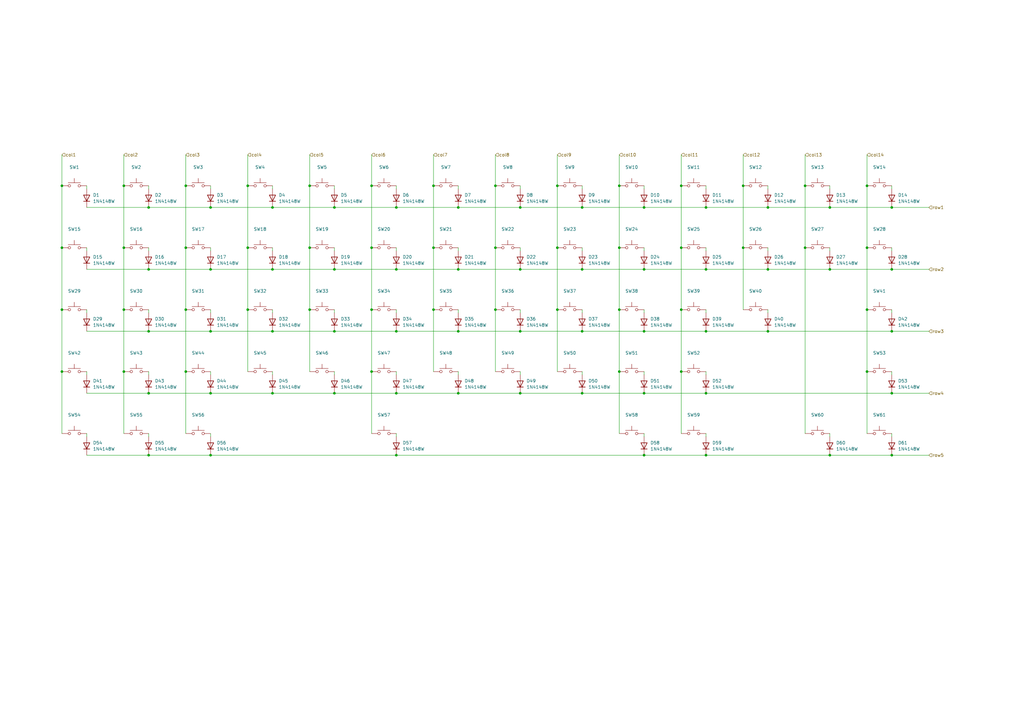
<source format=kicad_sch>
(kicad_sch (version 20231120) (generator "eeschema") (generator_version "8.0")
  (paper "A3")
  (title_block (title "matrix") (date "2024-05-03") (rev "0") (company "rmk") (comment 2 "This page contains the switch matrix of rmk-ble-keyboard"))
  (junction (at 304.8 76.2))
  (junction (at 203.2 76.2))
  (junction (at 187.96 135.89))
  (junction (at 314.96 85.09))
  (junction (at 238.76 135.89))
  (junction (at 76.2 127))
  (junction (at 264.16 186.69))
  (junction (at 213.36 135.89))
  (junction (at 76.2 101.6))
  (junction (at 111.76 85.09))
  (junction (at 25.4 127))
  (junction (at 101.6 127))
  (junction (at 50.8 101.6))
  (junction (at 86.36 110.49))
  (junction (at 86.36 85.09))
  (junction (at 50.8 152.4))
  (junction (at 101.6 101.6))
  (junction (at 177.8 101.6))
  (junction (at 355.6 101.6))
  (junction (at 187.96 161.29))
  (junction (at 330.2 76.2))
  (junction (at 127 76.2))
  (junction (at 137.16 85.09))
  (junction (at 365.76 85.09))
  (junction (at 25.4 152.4))
  (junction (at 50.8 76.2))
  (junction (at 355.6 127))
  (junction (at 203.2 101.6))
  (junction (at 111.76 161.29))
  (junction (at 254 101.6))
  (junction (at 152.4 127))
  (junction (at 304.8 101.6))
  (junction (at 228.6 101.6))
  (junction (at 76.2 152.4))
  (junction (at 340.36 186.69))
  (junction (at 60.96 186.69))
  (junction (at 152.4 76.2))
  (junction (at 279.4 101.6))
  (junction (at 152.4 101.6))
  (junction (at 152.4 152.4))
  (junction (at 264.16 161.29))
  (junction (at 60.96 85.09))
  (junction (at 213.36 110.49))
  (junction (at 238.76 110.49))
  (junction (at 137.16 110.49))
  (junction (at 264.16 110.49))
  (junction (at 187.96 110.49))
  (junction (at 264.16 85.09))
  (junction (at 355.6 152.4))
  (junction (at 86.36 186.69))
  (junction (at 162.56 85.09))
  (junction (at 340.36 110.49))
  (junction (at 264.16 135.89))
  (junction (at 162.56 186.69))
  (junction (at 238.76 161.29))
  (junction (at 228.6 76.2))
  (junction (at 289.56 85.09))
  (junction (at 101.6 76.2))
  (junction (at 314.96 110.49))
  (junction (at 60.96 161.29))
  (junction (at 365.76 161.29))
  (junction (at 238.76 85.09))
  (junction (at 25.4 76.2))
  (junction (at 314.96 135.89))
  (junction (at 25.4 101.6))
  (junction (at 76.2 76.2))
  (junction (at 127 127))
  (junction (at 330.2 101.6))
  (junction (at 365.76 110.49))
  (junction (at 137.16 161.29))
  (junction (at 162.56 110.49))
  (junction (at 162.56 135.89))
  (junction (at 254 76.2))
  (junction (at 289.56 135.89))
  (junction (at 111.76 135.89))
  (junction (at 340.36 85.09))
  (junction (at 289.56 186.69))
  (junction (at 177.8 76.2))
  (junction (at 50.8 127))
  (junction (at 213.36 85.09))
  (junction (at 228.6 127))
  (junction (at 289.56 110.49))
  (junction (at 203.2 127))
  (junction (at 279.4 152.4))
  (junction (at 254 127))
  (junction (at 137.16 135.89))
  (junction (at 289.56 161.29))
  (junction (at 365.76 186.69))
  (junction (at 279.4 76.2))
  (junction (at 355.6 76.2))
  (junction (at 365.76 135.89))
  (junction (at 60.96 110.49))
  (junction (at 111.76 110.49))
  (junction (at 279.4 127))
  (junction (at 187.96 85.09))
  (junction (at 86.36 135.89))
  (junction (at 60.96 135.89))
  (junction (at 127 101.6))
  (junction (at 86.36 161.29))
  (junction (at 254 152.4))
  (junction (at 213.36 161.29))
  (junction (at 162.56 161.29))
  (junction (at 177.8 127))
  (wire (pts (xy 50.8 101.6) (xy 50.8 127)))
  (wire (pts (xy 101.6 127) (xy 101.6 152.4)))
  (wire (pts (xy 162.56 102.87) (xy 162.56 101.6)))
  (wire (pts (xy 279.4 63.5) (xy 279.4 76.2)))
  (wire (pts (xy 35.56 85.09) (xy 60.96 85.09)))
  (wire (pts (xy 25.4 76.2) (xy 25.4 101.6)))
  (wire (pts (xy 35.56 179.07) (xy 35.56 177.8)))
  (wire (pts (xy 213.36 110.49) (xy 238.76 110.49)))
  (wire (pts (xy 86.36 77.47) (xy 86.36 76.2)))
  (wire (pts (xy 86.36 110.49) (xy 111.76 110.49)))
  (wire (pts (xy 152.4 127) (xy 152.4 152.4)))
  (wire (pts (xy 187.96 110.49) (xy 213.36 110.49)))
  (wire (pts (xy 238.76 102.87) (xy 238.76 101.6)))
  (wire (pts (xy 35.56 128.27) (xy 35.56 127)))
  (wire (pts (xy 264.16 110.49) (xy 289.56 110.49)))
  (wire (pts (xy 76.2 76.2) (xy 76.2 101.6)))
  (wire (pts (xy 25.4 127) (xy 25.4 152.4)))
  (wire (pts (xy 213.36 135.89) (xy 238.76 135.89)))
  (wire (pts (xy 76.2 127) (xy 76.2 152.4)))
  (wire (pts (xy 25.4 63.5) (xy 25.4 76.2)))
  (wire (pts (xy 355.6 127) (xy 355.6 152.4)))
  (wire (pts (xy 289.56 179.07) (xy 289.56 177.8)))
  (wire (pts (xy 355.6 101.6) (xy 355.6 127)))
  (wire (pts (xy 60.96 110.49) (xy 86.36 110.49)))
  (wire (pts (xy 279.4 101.6) (xy 279.4 127)))
  (wire (pts (xy 238.76 110.49) (xy 264.16 110.49)))
  (wire (pts (xy 35.56 110.49) (xy 60.96 110.49)))
  (wire (pts (xy 304.8 76.2) (xy 304.8 101.6)))
  (wire (pts (xy 289.56 186.69) (xy 340.36 186.69)))
  (wire (pts (xy 137.16 135.89) (xy 162.56 135.89)))
  (wire (pts (xy 238.76 135.89) (xy 264.16 135.89)))
  (wire (pts (xy 365.76 179.07) (xy 365.76 177.8)))
  (wire (pts (xy 365.76 110.49) (xy 381 110.49)))
  (wire (pts (xy 162.56 179.07) (xy 162.56 177.8)))
  (wire (pts (xy 162.56 77.47) (xy 162.56 76.2)))
  (wire (pts (xy 213.36 153.67) (xy 213.36 152.4)))
  (wire (pts (xy 187.96 102.87) (xy 187.96 101.6)))
  (wire (pts (xy 86.36 85.09) (xy 111.76 85.09)))
  (wire (pts (xy 355.6 63.5) (xy 355.6 76.2)))
  (wire (pts (xy 264.16 153.67) (xy 264.16 152.4)))
  (wire (pts (xy 127 76.2) (xy 127 101.6)))
  (wire (pts (xy 162.56 110.49) (xy 187.96 110.49)))
  (wire (pts (xy 365.76 153.67) (xy 365.76 152.4)))
  (wire (pts (xy 365.76 135.89) (xy 381 135.89)))
  (wire (pts (xy 60.96 161.29) (xy 86.36 161.29)))
  (wire (pts (xy 152.4 101.6) (xy 152.4 127)))
  (wire (pts (xy 177.8 76.2) (xy 177.8 101.6)))
  (wire (pts (xy 35.56 77.47) (xy 35.56 76.2)))
  (wire (pts (xy 264.16 186.69) (xy 289.56 186.69)))
  (wire (pts (xy 254 127) (xy 254 152.4)))
  (wire (pts (xy 330.2 101.6) (xy 330.2 177.8)))
  (wire (pts (xy 330.2 63.5) (xy 330.2 76.2)))
  (wire (pts (xy 137.16 153.67) (xy 137.16 152.4)))
  (wire (pts (xy 264.16 161.29) (xy 289.56 161.29)))
  (wire (pts (xy 111.76 135.89) (xy 137.16 135.89)))
  (wire (pts (xy 111.76 153.67) (xy 111.76 152.4)))
  (wire (pts (xy 228.6 101.6) (xy 228.6 127)))
  (wire (pts (xy 50.8 76.2) (xy 50.8 101.6)))
  (wire (pts (xy 289.56 110.49) (xy 314.96 110.49)))
  (wire (pts (xy 137.16 77.47) (xy 137.16 76.2)))
  (wire (pts (xy 162.56 135.89) (xy 187.96 135.89)))
  (wire (pts (xy 177.8 101.6) (xy 177.8 127)))
  (wire (pts (xy 254 63.5) (xy 254 76.2)))
  (wire (pts (xy 314.96 77.47) (xy 314.96 76.2)))
  (wire (pts (xy 60.96 85.09) (xy 86.36 85.09)))
  (wire (pts (xy 264.16 102.87) (xy 264.16 101.6)))
  (wire (pts (xy 137.16 85.09) (xy 162.56 85.09)))
  (wire (pts (xy 279.4 76.2) (xy 279.4 101.6)))
  (wire (pts (xy 127 127) (xy 127 152.4)))
  (wire (pts (xy 177.8 63.5) (xy 177.8 76.2)))
  (wire (pts (xy 304.8 101.6) (xy 304.8 127)))
  (wire (pts (xy 203.2 63.5) (xy 203.2 76.2)))
  (wire (pts (xy 86.36 135.89) (xy 111.76 135.89)))
  (wire (pts (xy 50.8 127) (xy 50.8 152.4)))
  (wire (pts (xy 111.76 161.29) (xy 137.16 161.29)))
  (wire (pts (xy 137.16 128.27) (xy 137.16 127)))
  (wire (pts (xy 340.36 77.47) (xy 340.36 76.2)))
  (wire (pts (xy 355.6 152.4) (xy 355.6 177.8)))
  (wire (pts (xy 35.56 186.69) (xy 60.96 186.69)))
  (wire (pts (xy 86.36 128.27) (xy 86.36 127)))
  (wire (pts (xy 162.56 186.69) (xy 264.16 186.69)))
  (wire (pts (xy 86.36 153.67) (xy 86.36 152.4)))
  (wire (pts (xy 50.8 63.5) (xy 50.8 76.2)))
  (wire (pts (xy 101.6 76.2) (xy 101.6 101.6)))
  (wire (pts (xy 25.4 101.6) (xy 25.4 127)))
  (wire (pts (xy 289.56 77.47) (xy 289.56 76.2)))
  (wire (pts (xy 238.76 161.29) (xy 264.16 161.29)))
  (wire (pts (xy 60.96 179.07) (xy 60.96 177.8)))
  (wire (pts (xy 340.36 85.09) (xy 365.76 85.09)))
  (wire (pts (xy 60.96 186.69) (xy 86.36 186.69)))
  (wire (pts (xy 355.6 76.2) (xy 355.6 101.6)))
  (wire (pts (xy 162.56 85.09) (xy 187.96 85.09)))
  (wire (pts (xy 60.96 135.89) (xy 86.36 135.89)))
  (wire (pts (xy 50.8 152.4) (xy 50.8 177.8)))
  (wire (pts (xy 314.96 102.87) (xy 314.96 101.6)))
  (wire (pts (xy 289.56 161.29) (xy 365.76 161.29)))
  (wire (pts (xy 314.96 135.89) (xy 365.76 135.89)))
  (wire (pts (xy 314.96 110.49) (xy 340.36 110.49)))
  (wire (pts (xy 213.36 102.87) (xy 213.36 101.6)))
  (wire (pts (xy 86.36 186.69) (xy 162.56 186.69)))
  (wire (pts (xy 111.76 85.09) (xy 137.16 85.09)))
  (wire (pts (xy 213.36 77.47) (xy 213.36 76.2)))
  (wire (pts (xy 228.6 63.5) (xy 228.6 76.2)))
  (wire (pts (xy 101.6 63.5) (xy 101.6 76.2)))
  (wire (pts (xy 365.76 102.87) (xy 365.76 101.6)))
  (wire (pts (xy 254 76.2) (xy 254 101.6)))
  (wire (pts (xy 314.96 85.09) (xy 340.36 85.09)))
  (wire (pts (xy 238.76 85.09) (xy 264.16 85.09)))
  (wire (pts (xy 187.96 135.89) (xy 213.36 135.89)))
  (wire (pts (xy 279.4 152.4) (xy 279.4 177.8)))
  (wire (pts (xy 127 63.5) (xy 127 76.2)))
  (wire (pts (xy 289.56 128.27) (xy 289.56 127)))
  (wire (pts (xy 254 101.6) (xy 254 127)))
  (wire (pts (xy 264.16 128.27) (xy 264.16 127)))
  (wire (pts (xy 203.2 76.2) (xy 203.2 101.6)))
  (wire (pts (xy 289.56 135.89) (xy 314.96 135.89)))
  (wire (pts (xy 279.4 127) (xy 279.4 152.4)))
  (wire (pts (xy 86.36 161.29) (xy 111.76 161.29)))
  (wire (pts (xy 187.96 77.47) (xy 187.96 76.2)))
  (wire (pts (xy 228.6 127) (xy 228.6 152.4)))
  (wire (pts (xy 35.56 102.87) (xy 35.56 101.6)))
  (wire (pts (xy 213.36 128.27) (xy 213.36 127)))
  (wire (pts (xy 137.16 110.49) (xy 162.56 110.49)))
  (wire (pts (xy 35.56 153.67) (xy 35.56 152.4)))
  (wire (pts (xy 187.96 85.09) (xy 213.36 85.09)))
  (wire (pts (xy 60.96 77.47) (xy 60.96 76.2)))
  (wire (pts (xy 137.16 161.29) (xy 162.56 161.29)))
  (wire (pts (xy 289.56 153.67) (xy 289.56 152.4)))
  (wire (pts (xy 304.8 63.5) (xy 304.8 76.2)))
  (wire (pts (xy 365.76 128.27) (xy 365.76 127)))
  (wire (pts (xy 213.36 85.09) (xy 238.76 85.09)))
  (wire (pts (xy 25.4 152.4) (xy 25.4 177.8)))
  (wire (pts (xy 264.16 77.47) (xy 264.16 76.2)))
  (wire (pts (xy 289.56 102.87) (xy 289.56 101.6)))
  (wire (pts (xy 137.16 102.87) (xy 137.16 101.6)))
  (wire (pts (xy 101.6 101.6) (xy 101.6 127)))
  (wire (pts (xy 238.76 153.67) (xy 238.76 152.4)))
  (wire (pts (xy 152.4 152.4) (xy 152.4 177.8)))
  (wire (pts (xy 111.76 110.49) (xy 137.16 110.49)))
  (wire (pts (xy 152.4 63.5) (xy 152.4 76.2)))
  (wire (pts (xy 365.76 77.47) (xy 365.76 76.2)))
  (wire (pts (xy 111.76 77.47) (xy 111.76 76.2)))
  (wire (pts (xy 76.2 152.4) (xy 76.2 177.8)))
  (wire (pts (xy 238.76 128.27) (xy 238.76 127)))
  (wire (pts (xy 365.76 161.29) (xy 381 161.29)))
  (wire (pts (xy 60.96 153.67) (xy 60.96 152.4)))
  (wire (pts (xy 340.36 110.49) (xy 365.76 110.49)))
  (wire (pts (xy 264.16 179.07) (xy 264.16 177.8)))
  (wire (pts (xy 35.56 161.29) (xy 60.96 161.29)))
  (wire (pts (xy 35.56 135.89) (xy 60.96 135.89)))
  (wire (pts (xy 203.2 127) (xy 203.2 152.4)))
  (wire (pts (xy 177.8 127) (xy 177.8 152.4)))
  (wire (pts (xy 289.56 85.09) (xy 314.96 85.09)))
  (wire (pts (xy 152.4 76.2) (xy 152.4 101.6)))
  (wire (pts (xy 127 101.6) (xy 127 127)))
  (wire (pts (xy 187.96 153.67) (xy 187.96 152.4)))
  (wire (pts (xy 162.56 128.27) (xy 162.56 127)))
  (wire (pts (xy 340.36 102.87) (xy 340.36 101.6)))
  (wire (pts (xy 162.56 153.67) (xy 162.56 152.4)))
  (wire (pts (xy 264.16 135.89) (xy 289.56 135.89)))
  (wire (pts (xy 228.6 76.2) (xy 228.6 101.6)))
  (wire (pts (xy 187.96 161.29) (xy 213.36 161.29)))
  (wire (pts (xy 264.16 85.09) (xy 289.56 85.09)))
  (wire (pts (xy 111.76 102.87) (xy 111.76 101.6)))
  (wire (pts (xy 111.76 128.27) (xy 111.76 127)))
  (wire (pts (xy 340.36 186.69) (xy 365.76 186.69)))
  (wire (pts (xy 76.2 63.5) (xy 76.2 76.2)))
  (wire (pts (xy 330.2 76.2) (xy 330.2 101.6)))
  (wire (pts (xy 86.36 179.07) (xy 86.36 177.8)))
  (wire (pts (xy 162.56 161.29) (xy 187.96 161.29)))
  (wire (pts (xy 60.96 102.87) (xy 60.96 101.6)))
  (wire (pts (xy 365.76 186.69) (xy 381 186.69)))
  (wire (pts (xy 187.96 128.27) (xy 187.96 127)))
  (wire (pts (xy 86.36 102.87) (xy 86.36 101.6)))
  (wire (pts (xy 314.96 128.27) (xy 314.96 127)))
  (wire (pts (xy 60.96 128.27) (xy 60.96 127)))
  (wire (pts (xy 340.36 179.07) (xy 340.36 177.8)))
  (wire (pts (xy 213.36 161.29) (xy 238.76 161.29)))
  (wire (pts (xy 365.76 85.09) (xy 381 85.09)))
  (wire (pts (xy 203.2 101.6) (xy 203.2 127)))
  (wire (pts (xy 254 152.4) (xy 254 177.8)))
  (wire (pts (xy 76.2 101.6) (xy 76.2 127)))
  (wire (pts (xy 238.76 77.47) (xy 238.76 76.2)))
  (hierarchical_label "col13" (shape input) (at 330.2 63.5 0))
  (hierarchical_label "col7" (shape input) (at 177.8 63.5 0))
  (hierarchical_label "col11" (shape input) (at 279.4 63.5 0))
  (hierarchical_label "col3" (shape input) (at 76.2 63.5 0))
  (hierarchical_label "col5" (shape input) (at 127 63.5 0))
  (hierarchical_label "col8" (shape input) (at 203.2 63.5 0))
  (hierarchical_label "row3" (shape input) (at 381 135.89 0))
  (hierarchical_label "col10" (shape input) (at 254 63.5 0))
  (hierarchical_label "col6" (shape input) (at 152.4 63.5 0))
  (hierarchical_label "row4" (shape input) (at 381 161.29 0))
  (hierarchical_label "col2" (shape input) (at 50.8 63.5 0))
  (hierarchical_label "col1" (shape input) (at 25.4 63.5 0))
  (hierarchical_label "col12" (shape input) (at 304.8 63.5 0))
  (hierarchical_label "col14" (shape input) (at 355.6 63.5 0))
  (hierarchical_label "row5" (shape input) (at 381 186.69 0))
  (hierarchical_label "row2" (shape input) (at 381 110.49 0))
  (hierarchical_label "col4" (shape input) (at 101.6 63.5 0))
  (hierarchical_label "row1" (shape input) (at 381 85.09 0))
  (hierarchical_label "col9" (shape input) (at 228.6 63.5 0))
  (symbol (lib_id "Switch:SW_Push") (at 157.48 177.8 0) (unit 1)
    (property "Reference" "SW57" (at 157.48 170.18 0))
    (property "Value" "space" (effects (hide yes)))
    (property "Footprint" "PCM_Switch_Keyboard_Hotswap_Kailh:SW_Hotswap_Kailh_MX_Plated_6.25u" (effects (hide yes)))
    (property "Description" "Push button switch, generic, two pins" (effects (hide yes)))
  )
  (symbol (lib_id "Switch:SW_Push") (at 157.48 127 0) (unit 1)
    (property "Reference" "SW34" (at 157.48 119.38 0))
    (property "Value" "g" (effects (hide yes)))
    (property "Footprint" "PCM_Switch_Keyboard_Hotswap_Kailh:SW_Hotswap_Kailh_MX_Plated_1.00u" (effects (hide yes)))
    (property "Description" "Push button switch, generic, two pins" (effects (hide yes)))
  )
  (symbol (lib_id "Diode:1N4148W") (at 162.56 106.68 90) (unit 1)
    (property "Reference" "D20" (at 165.1 105.4099 90) (effects (justify right)))
    (property "Value" "1N4148W" (at 165.1 107.9499 90) (effects (justify right)))
    (property "Footprint" "Diode_SMD:D_SOD-123" (effects (hide yes)))
    (property "Datasheet" "https://www.vishay.com/docs/85748/1n4148w.pdf" (effects (hide yes)))
    (property "Description" "75V 0.15A Fast Switching Diode, SOD-123" (effects (hide yes)))
    (property "Sim.Device" "D" (effects (hide yes)))
    (property "Sim.Pins" "1=K 2=A" (effects (hide yes)))
  )
  (symbol (lib_id "Switch:SW_Push") (at 259.08 76.2 0) (unit 1)
    (property "Reference" "SW10" (at 259.08 68.58 0))
    (property "Value" "9" (effects (hide yes)))
    (property "Footprint" "PCM_Switch_Keyboard_Hotswap_Kailh:SW_Hotswap_Kailh_MX_Plated_1.00u" (effects (hide yes)))
    (property "Description" "Push button switch, generic, two pins" (effects (hide yes)))
  )
  (symbol (lib_id "Diode:1N4148W") (at 365.76 157.48 90) (unit 1)
    (property "Reference" "D53" (at 368.3 156.2099 90) (effects (justify right)))
    (property "Value" "1N4148W" (at 368.3 158.7499 90) (effects (justify right)))
    (property "Footprint" "Diode_SMD:D_SOD-123" (effects (hide yes)))
    (property "Datasheet" "https://www.vishay.com/docs/85748/1n4148w.pdf" (effects (hide yes)))
    (property "Description" "75V 0.15A Fast Switching Diode, SOD-123" (effects (hide yes)))
    (property "Sim.Device" "D" (effects (hide yes)))
    (property "Sim.Pins" "1=K 2=A" (effects (hide yes)))
  )
  (symbol (lib_id "Diode:1N4148W") (at 111.76 106.68 90) (unit 1)
    (property "Reference" "D18" (at 114.3 105.4099 90) (effects (justify right)))
    (property "Value" "1N4148W" (at 114.3 107.9499 90) (effects (justify right)))
    (property "Footprint" "Diode_SMD:D_SOD-123" (effects (hide yes)))
    (property "Datasheet" "https://www.vishay.com/docs/85748/1n4148w.pdf" (effects (hide yes)))
    (property "Description" "75V 0.15A Fast Switching Diode, SOD-123" (effects (hide yes)))
    (property "Sim.Device" "D" (effects (hide yes)))
    (property "Sim.Pins" "1=K 2=A" (effects (hide yes)))
  )
  (symbol (lib_id "Diode:1N4148W") (at 162.56 182.88 90) (unit 1)
    (property "Reference" "D57" (at 165.1 181.6099 90) (effects (justify right)))
    (property "Value" "1N4148W" (at 165.1 184.1499 90) (effects (justify right)))
    (property "Footprint" "Diode_SMD:D_SOD-123" (effects (hide yes)))
    (property "Datasheet" "https://www.vishay.com/docs/85748/1n4148w.pdf" (effects (hide yes)))
    (property "Description" "75V 0.15A Fast Switching Diode, SOD-123" (effects (hide yes)))
    (property "Sim.Device" "D" (effects (hide yes)))
    (property "Sim.Pins" "1=K 2=A" (effects (hide yes)))
  )
  (symbol (lib_id "Diode:1N4148W") (at 340.36 106.68 90) (unit 1)
    (property "Reference" "D27" (at 342.9 105.4099 90) (effects (justify right)))
    (property "Value" "1N4148W" (at 342.9 107.9499 90) (effects (justify right)))
    (property "Footprint" "Diode_SMD:D_SOD-123" (effects (hide yes)))
    (property "Datasheet" "https://www.vishay.com/docs/85748/1n4148w.pdf" (effects (hide yes)))
    (property "Description" "75V 0.15A Fast Switching Diode, SOD-123" (effects (hide yes)))
    (property "Sim.Device" "D" (effects (hide yes)))
    (property "Sim.Pins" "1=K 2=A" (effects (hide yes)))
  )
  (symbol (lib_id "Diode:1N4148W") (at 35.56 157.48 90) (unit 1)
    (property "Reference" "D41" (at 38.1 156.2099 90) (effects (justify right)))
    (property "Value" "1N4148W" (at 38.1 158.7499 90) (effects (justify right)))
    (property "Footprint" "Diode_SMD:D_SOD-123" (effects (hide yes)))
    (property "Datasheet" "https://www.vishay.com/docs/85748/1n4148w.pdf" (effects (hide yes)))
    (property "Description" "75V 0.15A Fast Switching Diode, SOD-123" (effects (hide yes)))
    (property "Sim.Device" "D" (effects (hide yes)))
    (property "Sim.Pins" "1=K 2=A" (effects (hide yes)))
  )
  (symbol (lib_id "Diode:1N4148W") (at 264.16 106.68 90) (unit 1)
    (property "Reference" "D24" (at 266.7 105.4099 90) (effects (justify right)))
    (property "Value" "1N4148W" (at 266.7 107.9499 90) (effects (justify right)))
    (property "Footprint" "Diode_SMD:D_SOD-123" (effects (hide yes)))
    (property "Datasheet" "https://www.vishay.com/docs/85748/1n4148w.pdf" (effects (hide yes)))
    (property "Description" "75V 0.15A Fast Switching Diode, SOD-123" (effects (hide yes)))
    (property "Sim.Device" "D" (effects (hide yes)))
    (property "Sim.Pins" "1=K 2=A" (effects (hide yes)))
  )
  (symbol (lib_id "Diode:1N4148W") (at 365.76 81.28 90) (unit 1)
    (property "Reference" "D14" (at 368.3 80.0099 90) (effects (justify right)))
    (property "Value" "1N4148W" (at 368.3 82.5499 90) (effects (justify right)))
    (property "Footprint" "Diode_SMD:D_SOD-123" (effects (hide yes)))
    (property "Datasheet" "https://www.vishay.com/docs/85748/1n4148w.pdf" (effects (hide yes)))
    (property "Description" "75V 0.15A Fast Switching Diode, SOD-123" (effects (hide yes)))
    (property "Sim.Device" "D" (effects (hide yes)))
    (property "Sim.Pins" "1=K 2=A" (effects (hide yes)))
  )
  (symbol (lib_id "Switch:SW_Push") (at 182.88 101.6 0) (unit 1)
    (property "Reference" "SW21" (at 182.88 93.98 0))
    (property "Value" "y" (effects (hide yes)))
    (property "Footprint" "PCM_Switch_Keyboard_Hotswap_Kailh:SW_Hotswap_Kailh_MX_Plated_1.00u" (effects (hide yes)))
    (property "Description" "Push button switch, generic, two pins" (effects (hide yes)))
  )
  (symbol (lib_id "Switch:SW_Push") (at 30.48 127 0) (unit 1)
    (property "Reference" "SW29" (at 30.48 119.38 0))
    (property "Value" "capslock" (effects (hide yes)))
    (property "Footprint" "PCM_Switch_Keyboard_Hotswap_Kailh:SW_Hotswap_Kailh_MX_Plated_1.75u" (effects (hide yes)))
    (property "Description" "Push button switch, generic, two pins" (effects (hide yes)))
  )
  (symbol (lib_id "Diode:1N4148W") (at 340.36 81.28 90) (unit 1)
    (property "Reference" "D13" (at 342.9 80.0099 90) (effects (justify right)))
    (property "Value" "1N4148W" (at 342.9 82.5499 90) (effects (justify right)))
    (property "Footprint" "Diode_SMD:D_SOD-123" (effects (hide yes)))
    (property "Datasheet" "https://www.vishay.com/docs/85748/1n4148w.pdf" (effects (hide yes)))
    (property "Description" "75V 0.15A Fast Switching Diode, SOD-123" (effects (hide yes)))
    (property "Sim.Device" "D" (effects (hide yes)))
    (property "Sim.Pins" "1=K 2=A" (effects (hide yes)))
  )
  (symbol (lib_id "Switch:SW_Push") (at 81.28 127 0) (unit 1)
    (property "Reference" "SW31" (at 81.28 119.38 0))
    (property "Value" "s" (effects (hide yes)))
    (property "Footprint" "PCM_Switch_Keyboard_Hotswap_Kailh:SW_Hotswap_Kailh_MX_Plated_1.00u" (effects (hide yes)))
    (property "Description" "Push button switch, generic, two pins" (effects (hide yes)))
  )
  (symbol (lib_id "Diode:1N4148W") (at 86.36 81.28 90) (unit 1)
    (property "Reference" "D3" (at 88.9 80.0099 90) (effects (justify right)))
    (property "Value" "1N4148W" (at 88.9 82.5499 90) (effects (justify right)))
    (property "Footprint" "Diode_SMD:D_SOD-123" (effects (hide yes)))
    (property "Datasheet" "https://www.vishay.com/docs/85748/1n4148w.pdf" (effects (hide yes)))
    (property "Description" "75V 0.15A Fast Switching Diode, SOD-123" (effects (hide yes)))
    (property "Sim.Device" "D" (effects (hide yes)))
    (property "Sim.Pins" "1=K 2=A" (effects (hide yes)))
  )
  (symbol (lib_id "Diode:1N4148W") (at 264.16 182.88 90) (unit 1)
    (property "Reference" "D58" (at 266.7 181.6099 90) (effects (justify right)))
    (property "Value" "1N4148W" (at 266.7 184.1499 90) (effects (justify right)))
    (property "Footprint" "Diode_SMD:D_SOD-123" (effects (hide yes)))
    (property "Datasheet" "https://www.vishay.com/docs/85748/1n4148w.pdf" (effects (hide yes)))
    (property "Description" "75V 0.15A Fast Switching Diode, SOD-123" (effects (hide yes)))
    (property "Sim.Device" "D" (effects (hide yes)))
    (property "Sim.Pins" "1=K 2=A" (effects (hide yes)))
  )
  (symbol (lib_id "Diode:1N4148W") (at 60.96 132.08 90) (unit 1)
    (property "Reference" "D30" (at 63.5 130.8099 90) (effects (justify right)))
    (property "Value" "1N4148W" (at 63.5 133.3499 90) (effects (justify right)))
    (property "Footprint" "Diode_SMD:D_SOD-123" (effects (hide yes)))
    (property "Datasheet" "https://www.vishay.com/docs/85748/1n4148w.pdf" (effects (hide yes)))
    (property "Description" "75V 0.15A Fast Switching Diode, SOD-123" (effects (hide yes)))
    (property "Sim.Device" "D" (effects (hide yes)))
    (property "Sim.Pins" "1=K 2=A" (effects (hide yes)))
  )
  (symbol (lib_id "Diode:1N4148W") (at 238.76 157.48 90) (unit 1)
    (property "Reference" "D50" (at 241.3 156.2099 90) (effects (justify right)))
    (property "Value" "1N4148W" (at 241.3 158.7499 90) (effects (justify right)))
    (property "Footprint" "Diode_SMD:D_SOD-123" (effects (hide yes)))
    (property "Datasheet" "https://www.vishay.com/docs/85748/1n4148w.pdf" (effects (hide yes)))
    (property "Description" "75V 0.15A Fast Switching Diode, SOD-123" (effects (hide yes)))
    (property "Sim.Device" "D" (effects (hide yes)))
    (property "Sim.Pins" "1=K 2=A" (effects (hide yes)))
  )
  (symbol (lib_id "Diode:1N4148W") (at 35.56 132.08 90) (unit 1)
    (property "Reference" "D29" (at 38.1 130.8099 90) (effects (justify right)))
    (property "Value" "1N4148W" (at 38.1 133.3499 90) (effects (justify right)))
    (property "Footprint" "Diode_SMD:D_SOD-123" (effects (hide yes)))
    (property "Datasheet" "https://www.vishay.com/docs/85748/1n4148w.pdf" (effects (hide yes)))
    (property "Description" "75V 0.15A Fast Switching Diode, SOD-123" (effects (hide yes)))
    (property "Sim.Device" "D" (effects (hide yes)))
    (property "Sim.Pins" "1=K 2=A" (effects (hide yes)))
  )
  (symbol (lib_id "Diode:1N4148W") (at 238.76 132.08 90) (unit 1)
    (property "Reference" "D37" (at 241.3 130.8099 90) (effects (justify right)))
    (property "Value" "1N4148W" (at 241.3 133.3499 90) (effects (justify right)))
    (property "Footprint" "Diode_SMD:D_SOD-123" (effects (hide yes)))
    (property "Datasheet" "https://www.vishay.com/docs/85748/1n4148w.pdf" (effects (hide yes)))
    (property "Description" "75V 0.15A Fast Switching Diode, SOD-123" (effects (hide yes)))
    (property "Sim.Device" "D" (effects (hide yes)))
    (property "Sim.Pins" "1=K 2=A" (effects (hide yes)))
  )
  (symbol (lib_id "Switch:SW_Push") (at 233.68 127 0) (unit 1)
    (property "Reference" "SW37" (at 233.68 119.38 0))
    (property "Value" "k" (effects (hide yes)))
    (property "Footprint" "PCM_Switch_Keyboard_Hotswap_Kailh:SW_Hotswap_Kailh_MX_Plated_1.00u" (effects (hide yes)))
    (property "Description" "Push button switch, generic, two pins" (effects (hide yes)))
  )
  (symbol (lib_id "Switch:SW_Push") (at 259.08 127 0) (unit 1)
    (property "Reference" "SW38" (at 259.08 119.38 0))
    (property "Value" "l" (effects (hide yes)))
    (property "Footprint" "PCM_Switch_Keyboard_Hotswap_Kailh:SW_Hotswap_Kailh_MX_Plated_1.00u" (effects (hide yes)))
    (property "Description" "Push button switch, generic, two pins" (effects (hide yes)))
  )
  (symbol (lib_id "Switch:SW_Push") (at 30.48 101.6 0) (unit 1)
    (property "Reference" "SW15" (at 30.48 93.98 0))
    (property "Value" "tab" (effects (hide yes)))
    (property "Footprint" "PCM_Switch_Keyboard_Hotswap_Kailh:SW_Hotswap_Kailh_MX_Plated_1.50u" (effects (hide yes)))
    (property "Description" "Push button switch, generic, two pins" (effects (hide yes)))
  )
  (symbol (lib_id "Switch:SW_Push") (at 132.08 152.4 0) (unit 1)
    (property "Reference" "SW46" (at 132.08 144.78 0))
    (property "Value" "v" (effects (hide yes)))
    (property "Footprint" "PCM_Switch_Keyboard_Hotswap_Kailh:SW_Hotswap_Kailh_MX_Plated_1.00u" (effects (hide yes)))
    (property "Description" "Push button switch, generic, two pins" (effects (hide yes)))
  )
  (symbol (lib_id "Switch:SW_Push") (at 284.48 127 0) (unit 1)
    (property "Reference" "SW39" (at 284.48 119.38 0))
    (property "Value" ";" (effects (hide yes)))
    (property "Footprint" "PCM_Switch_Keyboard_Hotswap_Kailh:SW_Hotswap_Kailh_MX_Plated_1.00u" (effects (hide yes)))
    (property "Description" "Push button switch, generic, two pins" (effects (hide yes)))
  )
  (symbol (lib_id "Diode:1N4148W") (at 111.76 81.28 90) (unit 1)
    (property "Reference" "D4" (at 114.3 80.0099 90) (effects (justify right)))
    (property "Value" "1N4148W" (at 114.3 82.5499 90) (effects (justify right)))
    (property "Footprint" "Diode_SMD:D_SOD-123" (effects (hide yes)))
    (property "Datasheet" "https://www.vishay.com/docs/85748/1n4148w.pdf" (effects (hide yes)))
    (property "Description" "75V 0.15A Fast Switching Diode, SOD-123" (effects (hide yes)))
    (property "Sim.Device" "D" (effects (hide yes)))
    (property "Sim.Pins" "1=K 2=A" (effects (hide yes)))
  )
  (symbol (lib_id "Switch:SW_Push") (at 335.28 101.6 0) (unit 1)
    (property "Reference" "SW27" (at 335.28 93.98 0))
    (property "Value" "]" (effects (hide yes)))
    (property "Footprint" "PCM_Switch_Keyboard_Hotswap_Kailh:SW_Hotswap_Kailh_MX_Plated_1.00u" (effects (hide yes)))
    (property "Description" "Push button switch, generic, two pins" (effects (hide yes)))
  )
  (symbol (lib_id "Switch:SW_Push") (at 233.68 76.2 0) (unit 1)
    (property "Reference" "SW9" (at 233.68 68.58 0))
    (property "Value" "8" (effects (hide yes)))
    (property "Footprint" "PCM_Switch_Keyboard_Hotswap_Kailh:SW_Hotswap_Kailh_MX_Plated_1.00u" (effects (hide yes)))
    (property "Description" "Push button switch, generic, two pins" (effects (hide yes)))
  )
  (symbol (lib_id "Diode:1N4148W") (at 60.96 81.28 90) (unit 1)
    (property "Reference" "D2" (at 63.5 80.0099 90) (effects (justify right)))
    (property "Value" "1N4148W" (at 63.5 82.5499 90) (effects (justify right)))
    (property "Footprint" "Diode_SMD:D_SOD-123" (effects (hide yes)))
    (property "Datasheet" "https://www.vishay.com/docs/85748/1n4148w.pdf" (effects (hide yes)))
    (property "Description" "75V 0.15A Fast Switching Diode, SOD-123" (effects (hide yes)))
    (property "Sim.Device" "D" (effects (hide yes)))
    (property "Sim.Pins" "1=K 2=A" (effects (hide yes)))
  )
  (symbol (lib_id "Diode:1N4148W") (at 187.96 106.68 90) (unit 1)
    (property "Reference" "D21" (at 190.5 105.4099 90) (effects (justify right)))
    (property "Value" "1N4148W" (at 190.5 107.9499 90) (effects (justify right)))
    (property "Footprint" "Diode_SMD:D_SOD-123" (effects (hide yes)))
    (property "Datasheet" "https://www.vishay.com/docs/85748/1n4148w.pdf" (effects (hide yes)))
    (property "Description" "75V 0.15A Fast Switching Diode, SOD-123" (effects (hide yes)))
    (property "Sim.Device" "D" (effects (hide yes)))
    (property "Sim.Pins" "1=K 2=A" (effects (hide yes)))
  )
  (symbol (lib_id "Switch:SW_Push") (at 81.28 76.2 0) (unit 1)
    (property "Reference" "SW3" (at 81.28 68.58 0))
    (property "Value" "2" (effects (hide yes)))
    (property "Footprint" "PCM_Switch_Keyboard_Hotswap_Kailh:SW_Hotswap_Kailh_MX_Plated_1.00u" (effects (hide yes)))
    (property "Description" "Push button switch, generic, two pins" (effects (hide yes)))
  )
  (symbol (lib_id "Diode:1N4148W") (at 162.56 81.28 90) (unit 1)
    (property "Reference" "D6" (at 165.1 80.0099 90) (effects (justify right)))
    (property "Value" "1N4148W" (at 165.1 82.5499 90) (effects (justify right)))
    (property "Footprint" "Diode_SMD:D_SOD-123" (effects (hide yes)))
    (property "Datasheet" "https://www.vishay.com/docs/85748/1n4148w.pdf" (effects (hide yes)))
    (property "Description" "75V 0.15A Fast Switching Diode, SOD-123" (effects (hide yes)))
    (property "Sim.Device" "D" (effects (hide yes)))
    (property "Sim.Pins" "1=K 2=A" (effects (hide yes)))
  )
  (symbol (lib_id "Switch:SW_Push") (at 55.88 76.2 0) (unit 1)
    (property "Reference" "SW2" (at 55.88 68.58 0))
    (property "Value" "1" (effects (hide yes)))
    (property "Footprint" "PCM_Switch_Keyboard_Hotswap_Kailh:SW_Hotswap_Kailh_MX_Plated_1.00u" (effects (hide yes)))
    (property "Description" "Push button switch, generic, two pins" (effects (hide yes)))
  )
  (symbol (lib_id "Switch:SW_Push") (at 81.28 177.8 0) (unit 1)
    (property "Reference" "SW56" (at 81.28 170.18 0))
    (property "Value" "lalt" (effects (hide yes)))
    (property "Footprint" "PCM_Switch_Keyboard_Hotswap_Kailh:SW_Hotswap_Kailh_MX_Plated_1.25u" (effects (hide yes)))
    (property "Description" "Push button switch, generic, two pins" (effects (hide yes)))
  )
  (symbol (lib_id "Switch:SW_Push") (at 259.08 101.6 0) (unit 1)
    (property "Reference" "SW24" (at 259.08 93.98 0))
    (property "Value" "o" (effects (hide yes)))
    (property "Footprint" "PCM_Switch_Keyboard_Hotswap_Kailh:SW_Hotswap_Kailh_MX_Plated_1.00u" (effects (hide yes)))
    (property "Description" "Push button switch, generic, two pins" (effects (hide yes)))
  )
  (symbol (lib_id "Diode:1N4148W") (at 137.16 132.08 90) (unit 1)
    (property "Reference" "D33" (at 139.7 130.8099 90) (effects (justify right)))
    (property "Value" "1N4148W" (at 139.7 133.3499 90) (effects (justify right)))
    (property "Footprint" "Diode_SMD:D_SOD-123" (effects (hide yes)))
    (property "Datasheet" "https://www.vishay.com/docs/85748/1n4148w.pdf" (effects (hide yes)))
    (property "Description" "75V 0.15A Fast Switching Diode, SOD-123" (effects (hide yes)))
    (property "Sim.Device" "D" (effects (hide yes)))
    (property "Sim.Pins" "1=K 2=A" (effects (hide yes)))
  )
  (symbol (lib_id "Diode:1N4148W") (at 264.16 132.08 90) (unit 1)
    (property "Reference" "D38" (at 266.7 130.8099 90) (effects (justify right)))
    (property "Value" "1N4148W" (at 266.7 133.3499 90) (effects (justify right)))
    (property "Footprint" "Diode_SMD:D_SOD-123" (effects (hide yes)))
    (property "Datasheet" "https://www.vishay.com/docs/85748/1n4148w.pdf" (effects (hide yes)))
    (property "Description" "75V 0.15A Fast Switching Diode, SOD-123" (effects (hide yes)))
    (property "Sim.Device" "D" (effects (hide yes)))
    (property "Sim.Pins" "1=K 2=A" (effects (hide yes)))
  )
  (symbol (lib_id "Switch:SW_Push") (at 259.08 177.8 0) (unit 1)
    (property "Reference" "SW58" (at 259.08 170.18 0))
    (property "Value" "ralt" (effects (hide yes)))
    (property "Footprint" "PCM_Switch_Keyboard_Hotswap_Kailh:SW_Hotswap_Kailh_MX_Plated_1.25u" (effects (hide yes)))
    (property "Description" "Push button switch, generic, two pins" (effects (hide yes)))
  )
  (symbol (lib_id "Switch:SW_Push") (at 106.68 76.2 0) (unit 1)
    (property "Reference" "SW4" (at 106.68 68.58 0))
    (property "Value" "3" (effects (hide yes)))
    (property "Footprint" "PCM_Switch_Keyboard_Hotswap_Kailh:SW_Hotswap_Kailh_MX_Plated_1.00u" (effects (hide yes)))
    (property "Description" "Push button switch, generic, two pins" (effects (hide yes)))
  )
  (symbol (lib_id "Switch:SW_Push") (at 157.48 101.6 0) (unit 1)
    (property "Reference" "SW20" (at 157.48 93.98 0))
    (property "Value" "t" (effects (hide yes)))
    (property "Footprint" "PCM_Switch_Keyboard_Hotswap_Kailh:SW_Hotswap_Kailh_MX_Plated_1.00u" (effects (hide yes)))
    (property "Description" "Push button switch, generic, two pins" (effects (hide yes)))
  )
  (symbol (lib_id "Switch:SW_Push") (at 360.68 127 0) (unit 1)
    (property "Reference" "SW41" (at 360.68 119.38 0))
    (property "Value" "enter" (effects (hide yes)))
    (property "Footprint" "PCM_Switch_Keyboard_Hotswap_Kailh:SW_Hotswap_Kailh_MX_Plated_2.25u" (effects (hide yes)))
    (property "Description" "Push button switch, generic, two pins" (effects (hide yes)))
  )
  (symbol (lib_id "Switch:SW_Push") (at 30.48 76.2 0) (unit 1)
    (property "Reference" "SW1" (at 30.48 68.58 0))
    (property "Value" "esc" (effects (hide yes)))
    (property "Footprint" "PCM_Switch_Keyboard_Hotswap_Kailh:SW_Hotswap_Kailh_MX_Plated_1.00u" (effects (hide yes)))
    (property "Description" "Push button switch, generic, two pins" (effects (hide yes)))
  )
  (symbol (lib_id "Switch:SW_Push") (at 284.48 177.8 0) (unit 1)
    (property "Reference" "SW59" (at 284.48 170.18 0))
    (property "Value" "rgui" (effects (hide yes)))
    (property "Footprint" "PCM_Switch_Keyboard_Hotswap_Kailh:SW_Hotswap_Kailh_MX_Plated_1.25u" (effects (hide yes)))
    (property "Description" "Push button switch, generic, two pins" (effects (hide yes)))
  )
  (symbol (lib_id "Switch:SW_Push") (at 309.88 127 0) (unit 1)
    (property "Reference" "SW40" (at 309.88 119.38 0))
    (property "Value" "'" (effects (hide yes)))
    (property "Footprint" "PCM_Switch_Keyboard_Hotswap_Kailh:SW_Hotswap_Kailh_MX_Plated_1.00u" (effects (hide yes)))
    (property "Description" "Push button switch, generic, two pins" (effects (hide yes)))
  )
  (symbol (lib_id "Switch:SW_Push") (at 30.48 152.4 0) (unit 1)
    (property "Reference" "SW42" (at 30.48 144.78 0))
    (property "Value" "lshift" (effects (hide yes)))
    (property "Footprint" "PCM_Switch_Keyboard_Hotswap_Kailh:SW_Hotswap_Kailh_MX_Plated_2.25u" (effects (hide yes)))
    (property "Description" "Push button switch, generic, two pins" (effects (hide yes)))
  )
  (symbol (lib_id "Switch:SW_Push") (at 233.68 101.6 0) (unit 1)
    (property "Reference" "SW23" (at 233.68 93.98 0))
    (property "Value" "i" (effects (hide yes)))
    (property "Footprint" "PCM_Switch_Keyboard_Hotswap_Kailh:SW_Hotswap_Kailh_MX_Plated_1.00u" (effects (hide yes)))
    (property "Description" "Push button switch, generic, two pins" (effects (hide yes)))
  )
  (symbol (lib_id "Switch:SW_Push") (at 157.48 152.4 0) (unit 1)
    (property "Reference" "SW47" (at 157.48 144.78 0))
    (property "Value" "b" (effects (hide yes)))
    (property "Footprint" "PCM_Switch_Keyboard_Hotswap_Kailh:SW_Hotswap_Kailh_MX_Plated_1.00u" (effects (hide yes)))
    (property "Description" "Push button switch, generic, two pins" (effects (hide yes)))
  )
  (symbol (lib_id "Diode:1N4148W") (at 60.96 157.48 90) (unit 1)
    (property "Reference" "D43" (at 63.5 156.2099 90) (effects (justify right)))
    (property "Value" "1N4148W" (at 63.5 158.7499 90) (effects (justify right)))
    (property "Footprint" "Diode_SMD:D_SOD-123" (effects (hide yes)))
    (property "Datasheet" "https://www.vishay.com/docs/85748/1n4148w.pdf" (effects (hide yes)))
    (property "Description" "75V 0.15A Fast Switching Diode, SOD-123" (effects (hide yes)))
    (property "Sim.Device" "D" (effects (hide yes)))
    (property "Sim.Pins" "1=K 2=A" (effects (hide yes)))
  )
  (symbol (lib_id "Switch:SW_Push") (at 106.68 152.4 0) (unit 1)
    (property "Reference" "SW45" (at 106.68 144.78 0))
    (property "Value" "c" (effects (hide yes)))
    (property "Footprint" "PCM_Switch_Keyboard_Hotswap_Kailh:SW_Hotswap_Kailh_MX_Plated_1.00u" (effects (hide yes)))
    (property "Description" "Push button switch, generic, two pins" (effects (hide yes)))
  )
  (symbol (lib_id "Switch:SW_Push") (at 335.28 177.8 0) (unit 1)
    (property "Reference" "SW60" (at 335.28 170.18 0))
    (property "Value" "fn" (effects (hide yes)))
    (property "Footprint" "PCM_Switch_Keyboard_Hotswap_Kailh:SW_Hotswap_Kailh_MX_Plated_1.25u" (effects (hide yes)))
    (property "Description" "Push button switch, generic, two pins" (effects (hide yes)))
  )
  (symbol (lib_id "Switch:SW_Push") (at 182.88 127 0) (unit 1)
    (property "Reference" "SW35" (at 182.88 119.38 0))
    (property "Value" "h" (effects (hide yes)))
    (property "Footprint" "PCM_Switch_Keyboard_Hotswap_Kailh:SW_Hotswap_Kailh_MX_Plated_1.00u" (effects (hide yes)))
    (property "Description" "Push button switch, generic, two pins" (effects (hide yes)))
  )
  (symbol (lib_id "Diode:1N4148W") (at 86.36 182.88 90) (unit 1)
    (property "Reference" "D56" (at 88.9 181.6099 90) (effects (justify right)))
    (property "Value" "1N4148W" (at 88.9 184.1499 90) (effects (justify right)))
    (property "Footprint" "Diode_SMD:D_SOD-123" (effects (hide yes)))
    (property "Datasheet" "https://www.vishay.com/docs/85748/1n4148w.pdf" (effects (hide yes)))
    (property "Description" "75V 0.15A Fast Switching Diode, SOD-123" (effects (hide yes)))
    (property "Sim.Device" "D" (effects (hide yes)))
    (property "Sim.Pins" "1=K 2=A" (effects (hide yes)))
  )
  (symbol (lib_id "Diode:1N4148W") (at 137.16 81.28 90) (unit 1)
    (property "Reference" "D5" (at 139.7 80.0099 90) (effects (justify right)))
    (property "Value" "1N4148W" (at 139.7 82.5499 90) (effects (justify right)))
    (property "Footprint" "Diode_SMD:D_SOD-123" (effects (hide yes)))
    (property "Datasheet" "https://www.vishay.com/docs/85748/1n4148w.pdf" (effects (hide yes)))
    (property "Description" "75V 0.15A Fast Switching Diode, SOD-123" (effects (hide yes)))
    (property "Sim.Device" "D" (effects (hide yes)))
    (property "Sim.Pins" "1=K 2=A" (effects (hide yes)))
  )
  (symbol (lib_id "Diode:1N4148W") (at 289.56 81.28 90) (unit 1)
    (property "Reference" "D11" (at 292.1 80.0099 90) (effects (justify right)))
    (property "Value" "1N4148W" (at 292.1 82.5499 90) (effects (justify right)))
    (property "Footprint" "Diode_SMD:D_SOD-123" (effects (hide yes)))
    (property "Datasheet" "https://www.vishay.com/docs/85748/1n4148w.pdf" (effects (hide yes)))
    (property "Description" "75V 0.15A Fast Switching Diode, SOD-123" (effects (hide yes)))
    (property "Sim.Device" "D" (effects (hide yes)))
    (property "Sim.Pins" "1=K 2=A" (effects (hide yes)))
  )
  (symbol (lib_id "Switch:SW_Push") (at 182.88 76.2 0) (unit 1)
    (property "Reference" "SW7" (at 182.88 68.58 0))
    (property "Value" "6" (effects (hide yes)))
    (property "Footprint" "PCM_Switch_Keyboard_Hotswap_Kailh:SW_Hotswap_Kailh_MX_Plated_1.00u" (effects (hide yes)))
    (property "Description" "Push button switch, generic, two pins" (effects (hide yes)))
  )
  (symbol (lib_id "Switch:SW_Push") (at 284.48 152.4 0) (unit 1)
    (property "Reference" "SW52" (at 284.48 144.78 0))
    (property "Value" "/" (effects (hide yes)))
    (property "Footprint" "PCM_Switch_Keyboard_Hotswap_Kailh:SW_Hotswap_Kailh_MX_Plated_1.00u" (effects (hide yes)))
    (property "Description" "Push button switch, generic, two pins" (effects (hide yes)))
  )
  (symbol (lib_id "Diode:1N4148W") (at 137.16 106.68 90) (unit 1)
    (property "Reference" "D19" (at 139.7 105.4099 90) (effects (justify right)))
    (property "Value" "1N4148W" (at 139.7 107.9499 90) (effects (justify right)))
    (property "Footprint" "Diode_SMD:D_SOD-123" (effects (hide yes)))
    (property "Datasheet" "https://www.vishay.com/docs/85748/1n4148w.pdf" (effects (hide yes)))
    (property "Description" "75V 0.15A Fast Switching Diode, SOD-123" (effects (hide yes)))
    (property "Sim.Device" "D" (effects (hide yes)))
    (property "Sim.Pins" "1=K 2=A" (effects (hide yes)))
  )
  (symbol (lib_id "Diode:1N4148W") (at 289.56 182.88 90) (unit 1)
    (property "Reference" "D59" (at 292.1 181.6099 90) (effects (justify right)))
    (property "Value" "1N4148W" (at 292.1 184.1499 90) (effects (justify right)))
    (property "Footprint" "Diode_SMD:D_SOD-123" (effects (hide yes)))
    (property "Datasheet" "https://www.vishay.com/docs/85748/1n4148w.pdf" (effects (hide yes)))
    (property "Description" "75V 0.15A Fast Switching Diode, SOD-123" (effects (hide yes)))
    (property "Sim.Device" "D" (effects (hide yes)))
    (property "Sim.Pins" "1=K 2=A" (effects (hide yes)))
  )
  (symbol (lib_id "Switch:SW_Push") (at 335.28 76.2 0) (unit 1)
    (property "Reference" "SW13" (at 335.28 68.58 0))
    (property "Value" "=" (effects (hide yes)))
    (property "Footprint" "PCM_Switch_Keyboard_Hotswap_Kailh:SW_Hotswap_Kailh_MX_Plated_1.00u" (effects (hide yes)))
    (property "Description" "Push button switch, generic, two pins" (effects (hide yes)))
  )
  (symbol (lib_id "Diode:1N4148W") (at 213.36 81.28 90) (unit 1)
    (property "Reference" "D8" (at 215.9 80.0099 90) (effects (justify right)))
    (property "Value" "1N4148W" (at 215.9 82.5499 90) (effects (justify right)))
    (property "Footprint" "Diode_SMD:D_SOD-123" (effects (hide yes)))
    (property "Datasheet" "https://www.vishay.com/docs/85748/1n4148w.pdf" (effects (hide yes)))
    (property "Description" "75V 0.15A Fast Switching Diode, SOD-123" (effects (hide yes)))
    (property "Sim.Device" "D" (effects (hide yes)))
    (property "Sim.Pins" "1=K 2=A" (effects (hide yes)))
  )
  (symbol (lib_id "Diode:1N4148W") (at 264.16 157.48 90) (unit 1)
    (property "Reference" "D51" (at 266.7 156.2099 90) (effects (justify right)))
    (property "Value" "1N4148W" (at 266.7 158.7499 90) (effects (justify right)))
    (property "Footprint" "Diode_SMD:D_SOD-123" (effects (hide yes)))
    (property "Datasheet" "https://www.vishay.com/docs/85748/1n4148w.pdf" (effects (hide yes)))
    (property "Description" "75V 0.15A Fast Switching Diode, SOD-123" (effects (hide yes)))
    (property "Sim.Device" "D" (effects (hide yes)))
    (property "Sim.Pins" "1=K 2=A" (effects (hide yes)))
  )
  (symbol (lib_id "Diode:1N4148W") (at 60.96 106.68 90) (unit 1)
    (property "Reference" "D16" (at 63.5 105.4099 90) (effects (justify right)))
    (property "Value" "1N4148W" (at 63.5 107.9499 90) (effects (justify right)))
    (property "Footprint" "Diode_SMD:D_SOD-123" (effects (hide yes)))
    (property "Datasheet" "https://www.vishay.com/docs/85748/1n4148w.pdf" (effects (hide yes)))
    (property "Description" "75V 0.15A Fast Switching Diode, SOD-123" (effects (hide yes)))
    (property "Sim.Device" "D" (effects (hide yes)))
    (property "Sim.Pins" "1=K 2=A" (effects (hide yes)))
  )
  (symbol (lib_id "Diode:1N4148W") (at 111.76 157.48 90) (unit 1)
    (property "Reference" "D45" (at 114.3 156.2099 90) (effects (justify right)))
    (property "Value" "1N4148W" (at 114.3 158.7499 90) (effects (justify right)))
    (property "Footprint" "Diode_SMD:D_SOD-123" (effects (hide yes)))
    (property "Datasheet" "https://www.vishay.com/docs/85748/1n4148w.pdf" (effects (hide yes)))
    (property "Description" "75V 0.15A Fast Switching Diode, SOD-123" (effects (hide yes)))
    (property "Sim.Device" "D" (effects (hide yes)))
    (property "Sim.Pins" "1=K 2=A" (effects (hide yes)))
  )
  (symbol (lib_id "Diode:1N4148W") (at 162.56 157.48 90) (unit 1)
    (property "Reference" "D47" (at 165.1 156.2099 90) (effects (justify right)))
    (property "Value" "1N4148W" (at 165.1 158.7499 90) (effects (justify right)))
    (property "Footprint" "Diode_SMD:D_SOD-123" (effects (hide yes)))
    (property "Datasheet" "https://www.vishay.com/docs/85748/1n4148w.pdf" (effects (hide yes)))
    (property "Description" "75V 0.15A Fast Switching Diode, SOD-123" (effects (hide yes)))
    (property "Sim.Device" "D" (effects (hide yes)))
    (property "Sim.Pins" "1=K 2=A" (effects (hide yes)))
  )
  (symbol (lib_id "Diode:1N4148W") (at 35.56 106.68 90) (unit 1)
    (property "Reference" "D15" (at 38.1 105.4099 90) (effects (justify right)))
    (property "Value" "1N4148W" (at 38.1 107.9499 90) (effects (justify right)))
    (property "Footprint" "Diode_SMD:D_SOD-123" (effects (hide yes)))
    (property "Datasheet" "https://www.vishay.com/docs/85748/1n4148w.pdf" (effects (hide yes)))
    (property "Description" "75V 0.15A Fast Switching Diode, SOD-123" (effects (hide yes)))
    (property "Sim.Device" "D" (effects (hide yes)))
    (property "Sim.Pins" "1=K 2=A" (effects (hide yes)))
  )
  (symbol (lib_id "Switch:SW_Push") (at 106.68 127 0) (unit 1)
    (property "Reference" "SW32" (at 106.68 119.38 0))
    (property "Value" "d" (effects (hide yes)))
    (property "Footprint" "PCM_Switch_Keyboard_Hotswap_Kailh:SW_Hotswap_Kailh_MX_Plated_1.00u" (effects (hide yes)))
    (property "Description" "Push button switch, generic, two pins" (effects (hide yes)))
  )
  (symbol (lib_id "Diode:1N4148W") (at 314.96 106.68 90) (unit 1)
    (property "Reference" "D26" (at 317.5 105.4099 90) (effects (justify right)))
    (property "Value" "1N4148W" (at 317.5 107.9499 90) (effects (justify right)))
    (property "Footprint" "Diode_SMD:D_SOD-123" (effects (hide yes)))
    (property "Datasheet" "https://www.vishay.com/docs/85748/1n4148w.pdf" (effects (hide yes)))
    (property "Description" "75V 0.15A Fast Switching Diode, SOD-123" (effects (hide yes)))
    (property "Sim.Device" "D" (effects (hide yes)))
    (property "Sim.Pins" "1=K 2=A" (effects (hide yes)))
  )
  (symbol (lib_id "Diode:1N4148W") (at 60.96 182.88 90) (unit 1)
    (property "Reference" "D55" (at 63.5 181.6099 90) (effects (justify right)))
    (property "Value" "1N4148W" (at 63.5 184.1499 90) (effects (justify right)))
    (property "Footprint" "Diode_SMD:D_SOD-123" (effects (hide yes)))
    (property "Datasheet" "https://www.vishay.com/docs/85748/1n4148w.pdf" (effects (hide yes)))
    (property "Description" "75V 0.15A Fast Switching Diode, SOD-123" (effects (hide yes)))
    (property "Sim.Device" "D" (effects (hide yes)))
    (property "Sim.Pins" "1=K 2=A" (effects (hide yes)))
  )
  (symbol (lib_id "Diode:1N4148W") (at 86.36 106.68 90) (unit 1)
    (property "Reference" "D17" (at 88.9 105.4099 90) (effects (justify right)))
    (property "Value" "1N4148W" (at 88.9 107.9499 90) (effects (justify right)))
    (property "Footprint" "Diode_SMD:D_SOD-123" (effects (hide yes)))
    (property "Datasheet" "https://www.vishay.com/docs/85748/1n4148w.pdf" (effects (hide yes)))
    (property "Description" "75V 0.15A Fast Switching Diode, SOD-123" (effects (hide yes)))
    (property "Sim.Device" "D" (effects (hide yes)))
    (property "Sim.Pins" "1=K 2=A" (effects (hide yes)))
  )
  (symbol (lib_id "Diode:1N4148W") (at 365.76 106.68 90) (unit 1)
    (property "Reference" "D28" (at 368.3 105.4099 90) (effects (justify right)))
    (property "Value" "1N4148W" (at 368.3 107.9499 90) (effects (justify right)))
    (property "Footprint" "Diode_SMD:D_SOD-123" (effects (hide yes)))
    (property "Datasheet" "https://www.vishay.com/docs/85748/1n4148w.pdf" (effects (hide yes)))
    (property "Description" "75V 0.15A Fast Switching Diode, SOD-123" (effects (hide yes)))
    (property "Sim.Device" "D" (effects (hide yes)))
    (property "Sim.Pins" "1=K 2=A" (effects (hide yes)))
  )
  (symbol (lib_id "Switch:SW_Push") (at 106.68 101.6 0) (unit 1)
    (property "Reference" "SW18" (at 106.68 93.98 0))
    (property "Value" "e" (effects (hide yes)))
    (property "Footprint" "PCM_Switch_Keyboard_Hotswap_Kailh:SW_Hotswap_Kailh_MX_Plated_1.00u" (effects (hide yes)))
    (property "Description" "Push button switch, generic, two pins" (effects (hide yes)))
  )
  (symbol (lib_id "Switch:SW_Push") (at 284.48 101.6 0) (unit 1)
    (property "Reference" "SW25" (at 284.48 93.98 0))
    (property "Value" "p" (effects (hide yes)))
    (property "Footprint" "PCM_Switch_Keyboard_Hotswap_Kailh:SW_Hotswap_Kailh_MX_Plated_1.00u" (effects (hide yes)))
    (property "Description" "Push button switch, generic, two pins" (effects (hide yes)))
  )
  (symbol (lib_id "Diode:1N4148W") (at 365.76 132.08 90) (unit 1)
    (property "Reference" "D42" (at 368.3 130.8099 90) (effects (justify right)))
    (property "Value" "1N4148W" (at 368.3 133.3499 90) (effects (justify right)))
    (property "Footprint" "Diode_SMD:D_SOD-123" (effects (hide yes)))
    (property "Datasheet" "https://www.vishay.com/docs/85748/1n4148w.pdf" (effects (hide yes)))
    (property "Description" "75V 0.15A Fast Switching Diode, SOD-123" (effects (hide yes)))
    (property "Sim.Device" "D" (effects (hide yes)))
    (property "Sim.Pins" "1=K 2=A" (effects (hide yes)))
  )
  (symbol (lib_id "Diode:1N4148W") (at 35.56 182.88 90) (unit 1)
    (property "Reference" "D54" (at 38.1 181.6099 90) (effects (justify right)))
    (property "Value" "1N4148W" (at 38.1 184.1499 90) (effects (justify right)))
    (property "Footprint" "Diode_SMD:D_SOD-123" (effects (hide yes)))
    (property "Datasheet" "https://www.vishay.com/docs/85748/1n4148w.pdf" (effects (hide yes)))
    (property "Description" "75V 0.15A Fast Switching Diode, SOD-123" (effects (hide yes)))
    (property "Sim.Device" "D" (effects (hide yes)))
    (property "Sim.Pins" "1=K 2=A" (effects (hide yes)))
  )
  (symbol (lib_id "Switch:SW_Push") (at 132.08 127 0) (unit 1)
    (property "Reference" "SW33" (at 132.08 119.38 0))
    (property "Value" "f" (effects (hide yes)))
    (property "Footprint" "PCM_Switch_Keyboard_Hotswap_Kailh:SW_Hotswap_Kailh_MX_Plated_1.00u" (effects (hide yes)))
    (property "Description" "Push button switch, generic, two pins" (effects (hide yes)))
  )
  (symbol (lib_id "Switch:SW_Push") (at 309.88 101.6 0) (unit 1)
    (property "Reference" "SW26" (at 309.88 93.98 0))
    (property "Value" "[" (effects (hide yes)))
    (property "Footprint" "PCM_Switch_Keyboard_Hotswap_Kailh:SW_Hotswap_Kailh_MX_Plated_1.00u" (effects (hide yes)))
    (property "Description" "Push button switch, generic, two pins" (effects (hide yes)))
  )
  (symbol (lib_id "Diode:1N4148W") (at 264.16 81.28 90) (unit 1)
    (property "Reference" "D10" (at 266.7 80.0099 90) (effects (justify right)))
    (property "Value" "1N4148W" (at 266.7 82.5499 90) (effects (justify right)))
    (property "Footprint" "Diode_SMD:D_SOD-123" (effects (hide yes)))
    (property "Datasheet" "https://www.vishay.com/docs/85748/1n4148w.pdf" (effects (hide yes)))
    (property "Description" "75V 0.15A Fast Switching Diode, SOD-123" (effects (hide yes)))
    (property "Sim.Device" "D" (effects (hide yes)))
    (property "Sim.Pins" "1=K 2=A" (effects (hide yes)))
  )
  (symbol (lib_id "Switch:SW_Push") (at 157.48 76.2 0) (unit 1)
    (property "Reference" "SW6" (at 157.48 68.58 0))
    (property "Value" "5" (effects (hide yes)))
    (property "Footprint" "PCM_Switch_Keyboard_Hotswap_Kailh:SW_Hotswap_Kailh_MX_Plated_1.00u" (effects (hide yes)))
    (property "Description" "Push button switch, generic, two pins" (effects (hide yes)))
  )
  (symbol (lib_id "Switch:SW_Push") (at 360.68 76.2 0) (unit 1)
    (property "Reference" "SW14" (at 360.68 68.58 0))
    (property "Value" "backspace" (effects (hide yes)))
    (property "Footprint" "PCM_Switch_Keyboard_Hotswap_Kailh:SW_Hotswap_Kailh_MX_Plated_2.00u" (effects (hide yes)))
    (property "Description" "Push button switch, generic, two pins" (effects (hide yes)))
  )
  (symbol (lib_id "Switch:SW_Push") (at 208.28 127 0) (unit 1)
    (property "Reference" "SW36" (at 208.28 119.38 0))
    (property "Value" "j" (effects (hide yes)))
    (property "Footprint" "PCM_Switch_Keyboard_Hotswap_Kailh:SW_Hotswap_Kailh_MX_Plated_1.00u" (effects (hide yes)))
    (property "Description" "Push button switch, generic, two pins" (effects (hide yes)))
  )
  (symbol (lib_id "Diode:1N4148W") (at 314.96 81.28 90) (unit 1)
    (property "Reference" "D12" (at 317.5 80.0099 90) (effects (justify right)))
    (property "Value" "1N4148W" (at 317.5 82.5499 90) (effects (justify right)))
    (property "Footprint" "Diode_SMD:D_SOD-123" (effects (hide yes)))
    (property "Datasheet" "https://www.vishay.com/docs/85748/1n4148w.pdf" (effects (hide yes)))
    (property "Description" "75V 0.15A Fast Switching Diode, SOD-123" (effects (hide yes)))
    (property "Sim.Device" "D" (effects (hide yes)))
    (property "Sim.Pins" "1=K 2=A" (effects (hide yes)))
  )
  (symbol (lib_id "Diode:1N4148W") (at 187.96 81.28 90) (unit 1)
    (property "Reference" "D7" (at 190.5 80.0099 90) (effects (justify right)))
    (property "Value" "1N4148W" (at 190.5 82.5499 90) (effects (justify right)))
    (property "Footprint" "Diode_SMD:D_SOD-123" (effects (hide yes)))
    (property "Datasheet" "https://www.vishay.com/docs/85748/1n4148w.pdf" (effects (hide yes)))
    (property "Description" "75V 0.15A Fast Switching Diode, SOD-123" (effects (hide yes)))
    (property "Sim.Device" "D" (effects (hide yes)))
    (property "Sim.Pins" "1=K 2=A" (effects (hide yes)))
  )
  (symbol (lib_id "Diode:1N4148W") (at 111.76 132.08 90) (unit 1)
    (property "Reference" "D32" (at 114.3 130.8099 90) (effects (justify right)))
    (property "Value" "1N4148W" (at 114.3 133.3499 90) (effects (justify right)))
    (property "Footprint" "Diode_SMD:D_SOD-123" (effects (hide yes)))
    (property "Datasheet" "https://www.vishay.com/docs/85748/1n4148w.pdf" (effects (hide yes)))
    (property "Description" "75V 0.15A Fast Switching Diode, SOD-123" (effects (hide yes)))
    (property "Sim.Device" "D" (effects (hide yes)))
    (property "Sim.Pins" "1=K 2=A" (effects (hide yes)))
  )
  (symbol (lib_id "Diode:1N4148W") (at 86.36 157.48 90) (unit 1)
    (property "Reference" "D44" (at 88.9 156.2099 90) (effects (justify right)))
    (property "Value" "1N4148W" (at 88.9 158.7499 90) (effects (justify right)))
    (property "Footprint" "Diode_SMD:D_SOD-123" (effects (hide yes)))
    (property "Datasheet" "https://www.vishay.com/docs/85748/1n4148w.pdf" (effects (hide yes)))
    (property "Description" "75V 0.15A Fast Switching Diode, SOD-123" (effects (hide yes)))
    (property "Sim.Device" "D" (effects (hide yes)))
    (property "Sim.Pins" "1=K 2=A" (effects (hide yes)))
  )
  (symbol (lib_id "Switch:SW_Push") (at 182.88 152.4 0) (unit 1)
    (property "Reference" "SW48" (at 182.88 144.78 0))
    (property "Value" "n" (effects (hide yes)))
    (property "Footprint" "PCM_Switch_Keyboard_Hotswap_Kailh:SW_Hotswap_Kailh_MX_Plated_1.00u" (effects (hide yes)))
    (property "Description" "Push button switch, generic, two pins" (effects (hide yes)))
  )
  (symbol (lib_id "Switch:SW_Push") (at 284.48 76.2 0) (unit 1)
    (property "Reference" "SW11" (at 284.48 68.58 0))
    (property "Value" "0" (effects (hide yes)))
    (property "Footprint" "PCM_Switch_Keyboard_Hotswap_Kailh:SW_Hotswap_Kailh_MX_Plated_1.00u" (effects (hide yes)))
    (property "Description" "Push button switch, generic, two pins" (effects (hide yes)))
  )
  (symbol (lib_id "Diode:1N4148W") (at 365.76 182.88 90) (unit 1)
    (property "Reference" "D61" (at 368.3 181.6099 90) (effects (justify right)))
    (property "Value" "1N4148W" (at 368.3 184.1499 90) (effects (justify right)))
    (property "Footprint" "Diode_SMD:D_SOD-123" (effects (hide yes)))
    (property "Datasheet" "https://www.vishay.com/docs/85748/1n4148w.pdf" (effects (hide yes)))
    (property "Description" "75V 0.15A Fast Switching Diode, SOD-123" (effects (hide yes)))
    (property "Sim.Device" "D" (effects (hide yes)))
    (property "Sim.Pins" "1=K 2=A" (effects (hide yes)))
  )
  (symbol (lib_id "Switch:SW_Push") (at 208.28 152.4 0) (unit 1)
    (property "Reference" "SW49" (at 208.28 144.78 0))
    (property "Value" "m" (effects (hide yes)))
    (property "Footprint" "PCM_Switch_Keyboard_Hotswap_Kailh:SW_Hotswap_Kailh_MX_Plated_1.00u" (effects (hide yes)))
    (property "Description" "Push button switch, generic, two pins" (effects (hide yes)))
  )
  (symbol (lib_id "Switch:SW_Push") (at 55.88 152.4 0) (unit 1)
    (property "Reference" "SW43" (at 55.88 144.78 0))
    (property "Value" "z" (effects (hide yes)))
    (property "Footprint" "PCM_Switch_Keyboard_Hotswap_Kailh:SW_Hotswap_Kailh_MX_Plated_1.00u" (effects (hide yes)))
    (property "Description" "Push button switch, generic, two pins" (effects (hide yes)))
  )
  (symbol (lib_id "Diode:1N4148W") (at 289.56 106.68 90) (unit 1)
    (property "Reference" "D25" (at 292.1 105.4099 90) (effects (justify right)))
    (property "Value" "1N4148W" (at 292.1 107.9499 90) (effects (justify right)))
    (property "Footprint" "Diode_SMD:D_SOD-123" (effects (hide yes)))
    (property "Datasheet" "https://www.vishay.com/docs/85748/1n4148w.pdf" (effects (hide yes)))
    (property "Description" "75V 0.15A Fast Switching Diode, SOD-123" (effects (hide yes)))
    (property "Sim.Device" "D" (effects (hide yes)))
    (property "Sim.Pins" "1=K 2=A" (effects (hide yes)))
  )
  (symbol (lib_id "Switch:SW_Push") (at 208.28 101.6 0) (unit 1)
    (property "Reference" "SW22" (at 208.28 93.98 0))
    (property "Value" "u" (effects (hide yes)))
    (property "Footprint" "PCM_Switch_Keyboard_Hotswap_Kailh:SW_Hotswap_Kailh_MX_Plated_1.00u" (effects (hide yes)))
    (property "Description" "Push button switch, generic, two pins" (effects (hide yes)))
  )
  (symbol (lib_id "Diode:1N4148W") (at 213.36 157.48 90) (unit 1)
    (property "Reference" "D49" (at 215.9 156.2099 90) (effects (justify right)))
    (property "Value" "1N4148W" (at 215.9 158.7499 90) (effects (justify right)))
    (property "Footprint" "Diode_SMD:D_SOD-123" (effects (hide yes)))
    (property "Datasheet" "https://www.vishay.com/docs/85748/1n4148w.pdf" (effects (hide yes)))
    (property "Description" "75V 0.15A Fast Switching Diode, SOD-123" (effects (hide yes)))
    (property "Sim.Device" "D" (effects (hide yes)))
    (property "Sim.Pins" "1=K 2=A" (effects (hide yes)))
  )
  (symbol (lib_id "Diode:1N4148W") (at 289.56 157.48 90) (unit 1)
    (property "Reference" "D52" (at 292.1 156.2099 90) (effects (justify right)))
    (property "Value" "1N4148W" (at 292.1 158.7499 90) (effects (justify right)))
    (property "Footprint" "Diode_SMD:D_SOD-123" (effects (hide yes)))
    (property "Datasheet" "https://www.vishay.com/docs/85748/1n4148w.pdf" (effects (hide yes)))
    (property "Description" "75V 0.15A Fast Switching Diode, SOD-123" (effects (hide yes)))
    (property "Sim.Device" "D" (effects (hide yes)))
    (property "Sim.Pins" "1=K 2=A" (effects (hide yes)))
  )
  (symbol (lib_id "Diode:1N4148W") (at 289.56 132.08 90) (unit 1)
    (property "Reference" "D39" (at 292.1 130.8099 90) (effects (justify right)))
    (property "Value" "1N4148W" (at 292.1 133.3499 90) (effects (justify right)))
    (property "Footprint" "Diode_SMD:D_SOD-123" (effects (hide yes)))
    (property "Datasheet" "https://www.vishay.com/docs/85748/1n4148w.pdf" (effects (hide yes)))
    (property "Description" "75V 0.15A Fast Switching Diode, SOD-123" (effects (hide yes)))
    (property "Sim.Device" "D" (effects (hide yes)))
    (property "Sim.Pins" "1=K 2=A" (effects (hide yes)))
  )
  (symbol (lib_id "Switch:SW_Push") (at 55.88 127 0) (unit 1)
    (property "Reference" "SW30" (at 55.88 119.38 0))
    (property "Value" "a" (effects (hide yes)))
    (property "Footprint" "PCM_Switch_Keyboard_Hotswap_Kailh:SW_Hotswap_Kailh_MX_Plated_1.00u" (effects (hide yes)))
    (property "Description" "Push button switch, generic, two pins" (effects (hide yes)))
  )
  (symbol (lib_id "Diode:1N4148W") (at 162.56 132.08 90) (unit 1)
    (property "Reference" "D34" (at 165.1 130.8099 90) (effects (justify right)))
    (property "Value" "1N4148W" (at 165.1 133.3499 90) (effects (justify right)))
    (property "Footprint" "Diode_SMD:D_SOD-123" (effects (hide yes)))
    (property "Datasheet" "https://www.vishay.com/docs/85748/1n4148w.pdf" (effects (hide yes)))
    (property "Description" "75V 0.15A Fast Switching Diode, SOD-123" (effects (hide yes)))
    (property "Sim.Device" "D" (effects (hide yes)))
    (property "Sim.Pins" "1=K 2=A" (effects (hide yes)))
  )
  (symbol (lib_id "Diode:1N4148W") (at 213.36 132.08 90) (unit 1)
    (property "Reference" "D36" (at 215.9 130.8099 90) (effects (justify right)))
    (property "Value" "1N4148W" (at 215.9 133.3499 90) (effects (justify right)))
    (property "Footprint" "Diode_SMD:D_SOD-123" (effects (hide yes)))
    (property "Datasheet" "https://www.vishay.com/docs/85748/1n4148w.pdf" (effects (hide yes)))
    (property "Description" "75V 0.15A Fast Switching Diode, SOD-123" (effects (hide yes)))
    (property "Sim.Device" "D" (effects (hide yes)))
    (property "Sim.Pins" "1=K 2=A" (effects (hide yes)))
  )
  (symbol (lib_id "Switch:SW_Push") (at 81.28 101.6 0) (unit 1)
    (property "Reference" "SW17" (at 81.28 93.98 0))
    (property "Value" "w" (effects (hide yes)))
    (property "Footprint" "PCM_Switch_Keyboard_Hotswap_Kailh:SW_Hotswap_Kailh_MX_Plated_1.00u" (effects (hide yes)))
    (property "Description" "Push button switch, generic, two pins" (effects (hide yes)))
  )
  (symbol (lib_id "Diode:1N4148W") (at 35.56 81.28 90) (unit 1)
    (property "Reference" "D1" (at 38.1 80.0099 90) (effects (justify right)))
    (property "Value" "1N4148W" (at 38.1 82.5499 90) (effects (justify right)))
    (property "Footprint" "Diode_SMD:D_SOD-123" (effects (hide yes)))
    (property "Datasheet" "https://www.vishay.com/docs/85748/1n4148w.pdf" (effects (hide yes)))
    (property "Description" "75V 0.15A Fast Switching Diode, SOD-123" (effects (hide yes)))
    (property "Sim.Device" "D" (effects (hide yes)))
    (property "Sim.Pins" "1=K 2=A" (effects (hide yes)))
  )
  (symbol (lib_id "Diode:1N4148W") (at 213.36 106.68 90) (unit 1)
    (property "Reference" "D22" (at 215.9 105.4099 90) (effects (justify right)))
    (property "Value" "1N4148W" (at 215.9 107.9499 90) (effects (justify right)))
    (property "Footprint" "Diode_SMD:D_SOD-123" (effects (hide yes)))
    (property "Datasheet" "https://www.vishay.com/docs/85748/1n4148w.pdf" (effects (hide yes)))
    (property "Description" "75V 0.15A Fast Switching Diode, SOD-123" (effects (hide yes)))
    (property "Sim.Device" "D" (effects (hide yes)))
    (property "Sim.Pins" "1=K 2=A" (effects (hide yes)))
  )
  (symbol (lib_id "Switch:SW_Push") (at 259.08 152.4 0) (unit 1)
    (property "Reference" "SW51" (at 259.08 144.78 0))
    (property "Value" "." (effects (hide yes)))
    (property "Footprint" "PCM_Switch_Keyboard_Hotswap_Kailh:SW_Hotswap_Kailh_MX_Plated_1.00u" (effects (hide yes)))
    (property "Description" "Push button switch, generic, two pins" (effects (hide yes)))
  )
  (symbol (lib_id "Diode:1N4148W") (at 187.96 132.08 90) (unit 1)
    (property "Reference" "D35" (at 190.5 130.8099 90) (effects (justify right)))
    (property "Value" "1N4148W" (at 190.5 133.3499 90) (effects (justify right)))
    (property "Footprint" "Diode_SMD:D_SOD-123" (effects (hide yes)))
    (property "Datasheet" "https://www.vishay.com/docs/85748/1n4148w.pdf" (effects (hide yes)))
    (property "Description" "75V 0.15A Fast Switching Diode, SOD-123" (effects (hide yes)))
    (property "Sim.Device" "D" (effects (hide yes)))
    (property "Sim.Pins" "1=K 2=A" (effects (hide yes)))
  )
  (symbol (lib_id "Diode:1N4148W") (at 314.96 132.08 90) (unit 1)
    (property "Reference" "D40" (at 317.5 130.8099 90) (effects (justify right)))
    (property "Value" "1N4148W" (at 317.5 133.3499 90) (effects (justify right)))
    (property "Footprint" "Diode_SMD:D_SOD-123" (effects (hide yes)))
    (property "Datasheet" "https://www.vishay.com/docs/85748/1n4148w.pdf" (effects (hide yes)))
    (property "Description" "75V 0.15A Fast Switching Diode, SOD-123" (effects (hide yes)))
    (property "Sim.Device" "D" (effects (hide yes)))
    (property "Sim.Pins" "1=K 2=A" (effects (hide yes)))
  )
  (symbol (lib_id "Switch:SW_Push") (at 208.28 76.2 0) (unit 1)
    (property "Reference" "SW8" (at 208.28 68.58 0))
    (property "Value" "7" (effects (hide yes)))
    (property "Footprint" "PCM_Switch_Keyboard_Hotswap_Kailh:SW_Hotswap_Kailh_MX_Plated_1.00u" (effects (hide yes)))
    (property "Description" "Push button switch, generic, two pins" (effects (hide yes)))
  )
  (symbol (lib_id "Switch:SW_Push") (at 233.68 152.4 0) (unit 1)
    (property "Reference" "SW50" (at 233.68 144.78 0))
    (property "Value" "," (effects (hide yes)))
    (property "Footprint" "PCM_Switch_Keyboard_Hotswap_Kailh:SW_Hotswap_Kailh_MX_Plated_1.00u" (effects (hide yes)))
    (property "Description" "Push button switch, generic, two pins" (effects (hide yes)))
  )
  (symbol (lib_id "Switch:SW_Push") (at 55.88 177.8 0) (unit 1)
    (property "Reference" "SW55" (at 55.88 170.18 0))
    (property "Value" "lgui" (effects (hide yes)))
    (property "Footprint" "PCM_Switch_Keyboard_Hotswap_Kailh:SW_Hotswap_Kailh_MX_Plated_1.25u" (effects (hide yes)))
    (property "Description" "Push button switch, generic, two pins" (effects (hide yes)))
  )
  (symbol (lib_id "Switch:SW_Push") (at 360.68 177.8 0) (unit 1)
    (property "Reference" "SW61" (at 360.68 170.18 0))
    (property "Value" "rctrl" (effects (hide yes)))
    (property "Footprint" "PCM_Switch_Keyboard_Hotswap_Kailh:SW_Hotswap_Kailh_MX_Plated_1.25u" (effects (hide yes)))
    (property "Description" "Push button switch, generic, two pins" (effects (hide yes)))
  )
  (symbol (lib_id "Diode:1N4148W") (at 340.36 182.88 90) (unit 1)
    (property "Reference" "D60" (at 342.9 181.6099 90) (effects (justify right)))
    (property "Value" "1N4148W" (at 342.9 184.1499 90) (effects (justify right)))
    (property "Footprint" "Diode_SMD:D_SOD-123" (effects (hide yes)))
    (property "Datasheet" "https://www.vishay.com/docs/85748/1n4148w.pdf" (effects (hide yes)))
    (property "Description" "75V 0.15A Fast Switching Diode, SOD-123" (effects (hide yes)))
    (property "Sim.Device" "D" (effects (hide yes)))
    (property "Sim.Pins" "1=K 2=A" (effects (hide yes)))
  )
  (symbol (lib_id "Diode:1N4148W") (at 238.76 81.28 90) (unit 1)
    (property "Reference" "D9" (at 241.3 80.0099 90) (effects (justify right)))
    (property "Value" "1N4148W" (at 241.3 82.5499 90) (effects (justify right)))
    (property "Footprint" "Diode_SMD:D_SOD-123" (effects (hide yes)))
    (property "Datasheet" "https://www.vishay.com/docs/85748/1n4148w.pdf" (effects (hide yes)))
    (property "Description" "75V 0.15A Fast Switching Diode, SOD-123" (effects (hide yes)))
    (property "Sim.Device" "D" (effects (hide yes)))
    (property "Sim.Pins" "1=K 2=A" (effects (hide yes)))
  )
  (symbol (lib_id "Diode:1N4148W") (at 187.96 157.48 90) (unit 1)
    (property "Reference" "D48" (at 190.5 156.2099 90) (effects (justify right)))
    (property "Value" "1N4148W" (at 190.5 158.7499 90) (effects (justify right)))
    (property "Footprint" "Diode_SMD:D_SOD-123" (effects (hide yes)))
    (property "Datasheet" "https://www.vishay.com/docs/85748/1n4148w.pdf" (effects (hide yes)))
    (property "Description" "75V 0.15A Fast Switching Diode, SOD-123" (effects (hide yes)))
    (property "Sim.Device" "D" (effects (hide yes)))
    (property "Sim.Pins" "1=K 2=A" (effects (hide yes)))
  )
  (symbol (lib_id "Switch:SW_Push") (at 132.08 76.2 0) (unit 1)
    (property "Reference" "SW5" (at 132.08 68.58 0))
    (property "Value" "4" (effects (hide yes)))
    (property "Footprint" "PCM_Switch_Keyboard_Hotswap_Kailh:SW_Hotswap_Kailh_MX_Plated_1.00u" (effects (hide yes)))
    (property "Description" "Push button switch, generic, two pins" (effects (hide yes)))
  )
  (symbol (lib_id "Switch:SW_Push") (at 360.68 152.4 0) (unit 1)
    (property "Reference" "SW53" (at 360.68 144.78 0))
    (property "Value" "rshift" (effects (hide yes)))
    (property "Footprint" "PCM_Switch_Keyboard_Hotswap_Kailh:SW_Hotswap_Kailh_MX_Plated_2.75u" (effects (hide yes)))
    (property "Description" "Push button switch, generic, two pins" (effects (hide yes)))
  )
  (symbol (lib_id "Switch:SW_Push") (at 30.48 177.8 0) (unit 1)
    (property "Reference" "SW54" (at 30.48 170.18 0))
    (property "Value" "lctrl" (effects (hide yes)))
    (property "Footprint" "PCM_Switch_Keyboard_Hotswap_Kailh:SW_Hotswap_Kailh_MX_Plated_1.25u" (effects (hide yes)))
    (property "Description" "Push button switch, generic, two pins" (effects (hide yes)))
  )
  (symbol (lib_id "Switch:SW_Push") (at 132.08 101.6 0) (unit 1)
    (property "Reference" "SW19" (at 132.08 93.98 0))
    (property "Value" "r" (effects (hide yes)))
    (property "Footprint" "PCM_Switch_Keyboard_Hotswap_Kailh:SW_Hotswap_Kailh_MX_Plated_1.00u" (effects (hide yes)))
    (property "Description" "Push button switch, generic, two pins" (effects (hide yes)))
  )
  (symbol (lib_id "Diode:1N4148W") (at 238.76 106.68 90) (unit 1)
    (property "Reference" "D23" (at 241.3 105.4099 90) (effects (justify right)))
    (property "Value" "1N4148W" (at 241.3 107.9499 90) (effects (justify right)))
    (property "Footprint" "Diode_SMD:D_SOD-123" (effects (hide yes)))
    (property "Datasheet" "https://www.vishay.com/docs/85748/1n4148w.pdf" (effects (hide yes)))
    (property "Description" "75V 0.15A Fast Switching Diode, SOD-123" (effects (hide yes)))
    (property "Sim.Device" "D" (effects (hide yes)))
    (property "Sim.Pins" "1=K 2=A" (effects (hide yes)))
  )
  (symbol (lib_id "Diode:1N4148W") (at 86.36 132.08 90) (unit 1)
    (property "Reference" "D31" (at 88.9 130.8099 90) (effects (justify right)))
    (property "Value" "1N4148W" (at 88.9 133.3499 90) (effects (justify right)))
    (property "Footprint" "Diode_SMD:D_SOD-123" (effects (hide yes)))
    (property "Datasheet" "https://www.vishay.com/docs/85748/1n4148w.pdf" (effects (hide yes)))
    (property "Description" "75V 0.15A Fast Switching Diode, SOD-123" (effects (hide yes)))
    (property "Sim.Device" "D" (effects (hide yes)))
    (property "Sim.Pins" "1=K 2=A" (effects (hide yes)))
  )
  (symbol (lib_id "Switch:SW_Push") (at 309.88 76.2 0) (unit 1)
    (property "Reference" "SW12" (at 309.88 68.58 0))
    (property "Value" "-" (effects (hide yes)))
    (property "Footprint" "PCM_Switch_Keyboard_Hotswap_Kailh:SW_Hotswap_Kailh_MX_Plated_1.00u" (effects (hide yes)))
    (property "Description" "Push button switch, generic, two pins" (effects (hide yes)))
  )
  (symbol (lib_id "Switch:SW_Push") (at 360.68 101.6 0) (unit 1)
    (property "Reference" "SW28" (at 360.68 93.98 0))
    (property "Value" "\\" (effects (hide yes)))
    (property "Footprint" "PCM_Switch_Keyboard_Hotswap_Kailh:SW_Hotswap_Kailh_MX_Plated_1.50u" (effects (hide yes)))
    (property "Description" "Push button switch, generic, two pins" (effects (hide yes)))
  )
  (symbol (lib_id "Switch:SW_Push") (at 55.88 101.6 0) (unit 1)
    (property "Reference" "SW16" (at 55.88 93.98 0))
    (property "Value" "q" (effects (hide yes)))
    (property "Footprint" "PCM_Switch_Keyboard_Hotswap_Kailh:SW_Hotswap_Kailh_MX_Plated_1.00u" (effects (hide yes)))
    (property "Description" "Push button switch, generic, two pins" (effects (hide yes)))
  )
  (symbol (lib_id "Diode:1N4148W") (at 137.16 157.48 90) (unit 1)
    (property "Reference" "D46" (at 139.7 156.2099 90) (effects (justify right)))
    (property "Value" "1N4148W" (at 139.7 158.7499 90) (effects (justify right)))
    (property "Footprint" "Diode_SMD:D_SOD-123" (effects (hide yes)))
    (property "Datasheet" "https://www.vishay.com/docs/85748/1n4148w.pdf" (effects (hide yes)))
    (property "Description" "75V 0.15A Fast Switching Diode, SOD-123" (effects (hide yes)))
    (property "Sim.Device" "D" (effects (hide yes)))
    (property "Sim.Pins" "1=K 2=A" (effects (hide yes)))
  )
  (symbol (lib_id "Switch:SW_Push") (at 81.28 152.4 0) (unit 1)
    (property "Reference" "SW44" (at 81.28 144.78 0))
    (property "Value" "x" (effects (hide yes)))
    (property "Footprint" "PCM_Switch_Keyboard_Hotswap_Kailh:SW_Hotswap_Kailh_MX_Plated_1.00u" (effects (hide yes)))
    (property "Description" "Push button switch, generic, two pins" (effects (hide yes)))
  )
)
</source>
